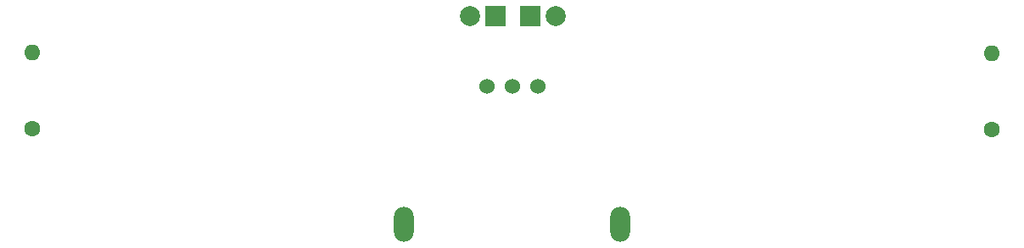
<source format=gbr>
%TF.GenerationSoftware,KiCad,Pcbnew,8.0.5*%
%TF.CreationDate,2025-02-18T13:06:52+00:00*%
%TF.ProjectId,bat-design,6261742d-6465-4736-9967-6e2e6b696361,v1*%
%TF.SameCoordinates,Original*%
%TF.FileFunction,Soldermask,Top*%
%TF.FilePolarity,Negative*%
%FSLAX46Y46*%
G04 Gerber Fmt 4.6, Leading zero omitted, Abs format (unit mm)*
G04 Created by KiCad (PCBNEW 8.0.5) date 2025-02-18 13:06:52*
%MOMM*%
%LPD*%
G01*
G04 APERTURE LIST*
%ADD10R,2.000000X2.000000*%
%ADD11C,2.000000*%
%ADD12C,1.600000*%
%ADD13O,1.600000X1.600000*%
%ADD14O,2.000000X3.500000*%
%ADD15C,1.524000*%
G04 APERTURE END LIST*
D10*
%TO.C,D1*%
X93345000Y-149707600D03*
D11*
X90805000Y-149707600D03*
%TD*%
D10*
%TO.C,D2*%
X96799400Y-149733000D03*
D11*
X99339400Y-149733000D03*
%TD*%
D12*
%TO.C,R1*%
X47117000Y-160985200D03*
D13*
X47117000Y-153365200D03*
%TD*%
D12*
%TO.C,R2*%
X142849600Y-161061400D03*
D13*
X142849600Y-153441400D03*
%TD*%
D14*
%TO.C,Battery:CR2032*%
X84216400Y-170586400D03*
X105816400Y-170586400D03*
%TD*%
D15*
%TO.C,switch*%
X92481400Y-156743400D03*
X95021400Y-156743400D03*
X97561400Y-156743400D03*
%TD*%
M02*

</source>
